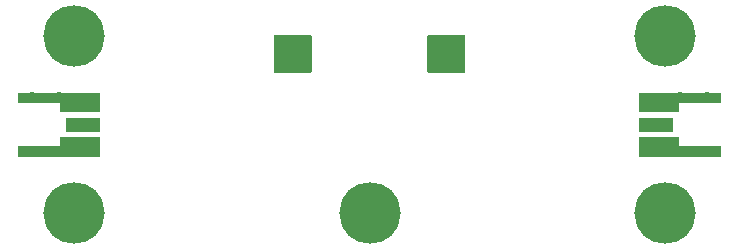
<source format=gts>
G04*
G04 #@! TF.GenerationSoftware,Altium Limited,Altium Designer,21.4.1 (30)*
G04*
G04 Layer_Color=8388736*
%FSLAX25Y25*%
%MOIN*%
G70*
G04*
G04 #@! TF.SameCoordinates,DE3D3837-1171-46BA-834C-E1CE419D22AE*
G04*
G04*
G04 #@! TF.FilePolarity,Negative*
G04*
G01*
G75*
%ADD12R,0.11824X0.05131*%
%ADD13R,0.01800X0.01800*%
%ADD14C,0.20485*%
G36*
X149659Y79138D02*
X149710Y79127D01*
X149760Y79110D01*
X149807Y79087D01*
X149850Y79058D01*
X149890Y79024D01*
X149924Y78984D01*
X149953Y78941D01*
X149977Y78894D01*
X149994Y78844D01*
X150004Y78793D01*
X150007Y78740D01*
Y66929D01*
X150004Y66877D01*
X149994Y66825D01*
X149977Y66776D01*
X149953Y66729D01*
X149924Y66685D01*
X149890Y66646D01*
X149850Y66611D01*
X149807Y66582D01*
X149760Y66559D01*
X149710Y66542D01*
X149659Y66532D01*
X149606Y66528D01*
X137795D01*
X137743Y66532D01*
X137691Y66542D01*
X137642Y66559D01*
X137595Y66582D01*
X137551Y66611D01*
X137512Y66646D01*
X137477Y66685D01*
X137448Y66729D01*
X137425Y66776D01*
X137408Y66825D01*
X137398Y66877D01*
X137394Y66929D01*
Y78740D01*
X137398Y78793D01*
X137408Y78844D01*
X137425Y78894D01*
X137448Y78941D01*
X137477Y78984D01*
X137512Y79024D01*
X137551Y79058D01*
X137595Y79087D01*
X137642Y79110D01*
X137691Y79127D01*
X137743Y79138D01*
X137795Y79141D01*
X149606D01*
X149659Y79138D01*
D02*
G37*
G36*
X98478D02*
X98529Y79127D01*
X98579Y79110D01*
X98626Y79087D01*
X98669Y79058D01*
X98709Y79024D01*
X98743Y78984D01*
X98772Y78941D01*
X98796Y78894D01*
X98812Y78844D01*
X98823Y78793D01*
X98826Y78740D01*
Y66929D01*
X98823Y66877D01*
X98812Y66825D01*
X98796Y66776D01*
X98772Y66729D01*
X98743Y66685D01*
X98709Y66646D01*
X98669Y66611D01*
X98626Y66582D01*
X98579Y66559D01*
X98529Y66542D01*
X98478Y66532D01*
X98425Y66528D01*
X86614D01*
X86562Y66532D01*
X86510Y66542D01*
X86461Y66559D01*
X86414Y66582D01*
X86370Y66611D01*
X86331Y66646D01*
X86296Y66685D01*
X86267Y66729D01*
X86244Y66776D01*
X86227Y66825D01*
X86217Y66877D01*
X86213Y66929D01*
Y78740D01*
X86217Y78793D01*
X86227Y78844D01*
X86244Y78894D01*
X86267Y78941D01*
X86296Y78984D01*
X86331Y79024D01*
X86370Y79058D01*
X86414Y79087D01*
X86461Y79110D01*
X86510Y79127D01*
X86562Y79138D01*
X86614Y79141D01*
X98425D01*
X98478Y79138D01*
D02*
G37*
G36*
X235413Y56299D02*
X221240D01*
Y53347D01*
X207854D01*
Y59842D01*
X235413D01*
Y56299D01*
D02*
G37*
G36*
X28366Y53347D02*
X14980D01*
Y56299D01*
X807D01*
Y59842D01*
X28366D01*
Y53347D01*
D02*
G37*
G36*
X221240Y42126D02*
X235413D01*
Y38583D01*
X207854D01*
Y45079D01*
X221240D01*
Y42126D01*
D02*
G37*
G36*
X28366Y38583D02*
X807D01*
Y42126D01*
X14980D01*
Y45079D01*
X28366D01*
Y38583D01*
D02*
G37*
D12*
X22461Y49213D02*
D03*
X213760Y49213D02*
D03*
D13*
X14547Y38976D02*
D03*
X5492D02*
D03*
Y59449D02*
D03*
X14547D02*
D03*
X221673Y38976D02*
D03*
X230728D02*
D03*
Y59449D02*
D03*
X221673D02*
D03*
D14*
X19685Y78740D02*
D03*
X216535D02*
D03*
Y19685D02*
D03*
X118110D02*
D03*
X19685D02*
D03*
M02*

</source>
